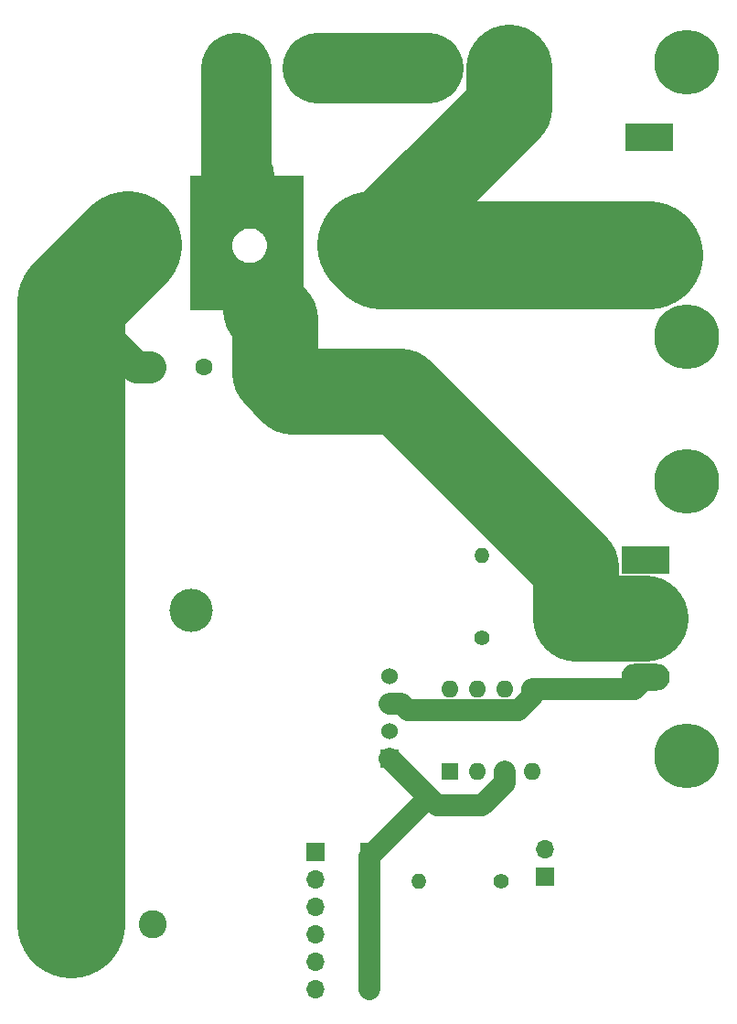
<source format=gbr>
%TF.GenerationSoftware,KiCad,Pcbnew,(6.0.2)*%
%TF.CreationDate,2022-12-18T20:59:19+03:00*%
%TF.ProjectId,buck,6275636b-2e6b-4696-9361-645f70636258,rev?*%
%TF.SameCoordinates,Original*%
%TF.FileFunction,Copper,L2,Bot*%
%TF.FilePolarity,Positive*%
%FSLAX46Y46*%
G04 Gerber Fmt 4.6, Leading zero omitted, Abs format (unit mm)*
G04 Created by KiCad (PCBNEW (6.0.2)) date 2022-12-18 20:59:19*
%MOMM*%
%LPD*%
G01*
G04 APERTURE LIST*
%TA.AperFunction,ComponentPad*%
%ADD10C,6.000000*%
%TD*%
%TA.AperFunction,ComponentPad*%
%ADD11C,1.400000*%
%TD*%
%TA.AperFunction,ComponentPad*%
%ADD12O,1.400000X1.400000*%
%TD*%
%TA.AperFunction,ComponentPad*%
%ADD13R,1.600000X1.600000*%
%TD*%
%TA.AperFunction,ComponentPad*%
%ADD14O,1.600000X1.600000*%
%TD*%
%TA.AperFunction,ComponentPad*%
%ADD15R,1.700000X1.700000*%
%TD*%
%TA.AperFunction,ComponentPad*%
%ADD16O,1.700000X1.700000*%
%TD*%
%TA.AperFunction,ComponentPad*%
%ADD17C,3.000000*%
%TD*%
%TA.AperFunction,ComponentPad*%
%ADD18R,4.500000X2.500000*%
%TD*%
%TA.AperFunction,ComponentPad*%
%ADD19O,4.500000X2.500000*%
%TD*%
%TA.AperFunction,ComponentPad*%
%ADD20R,4.000000X4.000000*%
%TD*%
%TA.AperFunction,ComponentPad*%
%ADD21C,4.000000*%
%TD*%
%TA.AperFunction,ComponentPad*%
%ADD22R,2.600000X2.600000*%
%TD*%
%TA.AperFunction,ComponentPad*%
%ADD23C,2.600000*%
%TD*%
%TA.AperFunction,ComponentPad*%
%ADD24C,1.600000*%
%TD*%
%TA.AperFunction,ComponentPad*%
%ADD25C,1.524000*%
%TD*%
%TA.AperFunction,Conductor*%
%ADD26C,6.500000*%
%TD*%
%TA.AperFunction,Conductor*%
%ADD27C,8.000000*%
%TD*%
%TA.AperFunction,Conductor*%
%ADD28C,10.000000*%
%TD*%
%TA.AperFunction,Conductor*%
%ADD29C,3.000000*%
%TD*%
%TA.AperFunction,Conductor*%
%ADD30C,2.000000*%
%TD*%
G04 APERTURE END LIST*
D10*
%TO.P,REF\u002A\u002A,1*%
%TO.N,N/C*%
X204000000Y-72400000D03*
X204000000Y-47000000D03*
%TD*%
D11*
%TO.P,R1,1*%
%TO.N,espPwm*%
X186808500Y-122808500D03*
D12*
%TO.P,R1,2*%
%TO.N,Net-(R1-Pad2)*%
X179188500Y-122808500D03*
%TD*%
D13*
%TO.P,U1,1,NC*%
%TO.N,unconnected-(U1-Pad1)*%
X182008500Y-112608500D03*
D14*
%TO.P,U1,2,A*%
%TO.N,Net-(R1-Pad2)*%
X184548500Y-112608500D03*
%TO.P,U1,3,C*%
%TO.N,GND*%
X187088500Y-112608500D03*
%TO.P,U1,4,NC*%
%TO.N,unconnected-(U1-Pad4)*%
X189628500Y-112608500D03*
%TO.P,U1,5,VEE*%
%TO.N,GNDPWR*%
X189628500Y-104988500D03*
%TO.P,U1,6,VO*%
%TO.N,Net-(R2-Pad1)*%
X187088500Y-104988500D03*
%TO.P,U1,7,VO*%
X184548500Y-104988500D03*
%TO.P,U1,8,VCC*%
%TO.N,+12V*%
X182008500Y-104988500D03*
%TD*%
D15*
%TO.P,J2,1,Pin_1*%
%TO.N,+5V*%
X169558500Y-120058500D03*
D16*
%TO.P,J2,2,Pin_2*%
X169558500Y-122598500D03*
%TO.P,J2,3,Pin_3*%
X169558500Y-125138500D03*
%TO.P,J2,4,Pin_4*%
X169558500Y-127678500D03*
%TO.P,J2,5,Pin_5*%
X169558500Y-130218500D03*
%TO.P,J2,6,Pin_6*%
X169558500Y-132758500D03*
%TD*%
D17*
%TO.P,F1,1*%
%TO.N,Net-(C1-Pad1)*%
X152250000Y-64000000D03*
%TO.P,F1,2*%
%TO.N,VCC*%
X174750000Y-64000000D03*
%TD*%
D18*
%TO.P,D1,1,K*%
%TO.N,Net-(D1-Pad1)*%
X200500000Y-54000000D03*
D19*
%TO.P,D1,2,A*%
%TO.N,VCC*%
X200500000Y-64900000D03*
%TD*%
D15*
%TO.P,J3,1,Pin_1*%
%TO.N,espPwm*%
X190808500Y-122348500D03*
D16*
%TO.P,J3,2,Pin_2*%
%TO.N,GND*%
X190808500Y-119808500D03*
%TD*%
D15*
%TO.P,J1,1,Pin_1*%
%TO.N,GND*%
X174558500Y-120058500D03*
D16*
%TO.P,J1,2,Pin_2*%
X174558500Y-122598500D03*
%TO.P,J1,3,Pin_3*%
X174558500Y-125138500D03*
%TO.P,J1,4,Pin_4*%
X174558500Y-127678500D03*
%TO.P,J1,5,Pin_5*%
X174558500Y-130218500D03*
%TO.P,J1,6,Pin_6*%
X174558500Y-132758500D03*
%TD*%
D12*
%TO.P,R2,2*%
%TO.N,Net-(Q1-Pad1)*%
X185000000Y-92690000D03*
D11*
%TO.P,R2,1*%
%TO.N,Net-(R2-Pad1)*%
X185000000Y-100310000D03*
%TD*%
D20*
%TO.P,C1,1*%
%TO.N,Net-(C1-Pad1)*%
X148069501Y-97750000D03*
D21*
%TO.P,C1,2*%
%TO.N,GNDPWR*%
X158069501Y-97750000D03*
%TD*%
D22*
%TO.P,J5,1,Pin_1*%
%TO.N,VCC*%
X187500000Y-47500000D03*
D23*
%TO.P,J5,2,Pin_2*%
%TO.N,Net-(D1-Pad1)*%
X180000000Y-47500000D03*
%TD*%
D22*
%TO.P,J4,1,Pin_1*%
%TO.N,Net-(C1-Pad1)*%
X147000000Y-126750000D03*
D23*
%TO.P,J4,2,Pin_2*%
%TO.N,GNDPWR*%
X154500000Y-126750000D03*
%TD*%
D10*
%TO.P,REF\u002A\u002A,1*%
%TO.N,N/C*%
X204000000Y-111200000D03*
X204000000Y-85800000D03*
%TD*%
D24*
%TO.P,C2,1*%
%TO.N,Net-(C1-Pad1)*%
X154250000Y-75250000D03*
%TO.P,C2,2*%
%TO.N,GNDPWR*%
X159250000Y-75250000D03*
%TD*%
D22*
%TO.P,J6,1,Pin_1*%
%TO.N,Net-(D1-Pad1)*%
X169750000Y-47500000D03*
D23*
%TO.P,J6,2,Pin_2*%
%TO.N,Net-(J6-Pad2)*%
X162250000Y-47500000D03*
%TD*%
D15*
%TO.P,PS1,1,-VIN*%
%TO.N,GND*%
X176441500Y-111441500D03*
D25*
%TO.P,PS1,2,+VIN*%
%TO.N,+5V*%
X176441500Y-108901500D03*
%TO.P,PS1,3,-VOUT*%
%TO.N,GNDPWR*%
X176441500Y-106361500D03*
%TO.P,PS1,4,+VOUT*%
%TO.N,+12V*%
X176441500Y-103821500D03*
%TD*%
D18*
%TO.P,Q1,1,G*%
%TO.N,Net-(Q1-Pad1)*%
X200180000Y-93050000D03*
D19*
%TO.P,Q1,2,C*%
%TO.N,Net-(J6-Pad2)*%
X200180000Y-98500000D03*
%TO.P,Q1,3,E*%
%TO.N,GNDPWR*%
X200180000Y-103950000D03*
%TD*%
D26*
%TO.N,Net-(J6-Pad2)*%
X162500000Y-57500000D02*
X162250000Y-57250000D01*
X162250000Y-47500000D02*
X162250000Y-57250000D01*
D27*
X165819399Y-70819399D02*
X165000000Y-70000000D01*
X167500000Y-77500000D02*
X165819399Y-75819399D01*
X193730489Y-93730489D02*
X177500000Y-77500000D01*
X193730489Y-98499511D02*
X193730489Y-93730489D01*
X193730978Y-98500000D02*
X193730489Y-98499511D01*
X177500000Y-77500000D02*
X167500000Y-77500000D01*
X165819399Y-75819399D02*
X165819399Y-70819399D01*
X200180000Y-98500000D02*
X193730978Y-98500000D01*
%TO.N,VCC*%
X187500000Y-47500000D02*
X187500000Y-51250000D01*
X187500000Y-51250000D02*
X174750000Y-64000000D01*
D28*
X175650000Y-64900000D02*
X174750000Y-64000000D01*
X200500000Y-64900000D02*
X175650000Y-64900000D01*
D26*
%TO.N,Net-(D1-Pad1)*%
X169750000Y-47500000D02*
X180000000Y-47500000D01*
D29*
%TO.N,Net-(C1-Pad1)*%
X153000000Y-75250000D02*
X147000000Y-69250000D01*
X154250000Y-75250000D02*
X153000000Y-75250000D01*
D28*
X147000000Y-69250000D02*
X152250000Y-64000000D01*
X147000000Y-126750000D02*
X147000000Y-69250000D01*
D30*
%TO.N,GNDPWR*%
X177519130Y-106361500D02*
X178145641Y-106988011D01*
X188378989Y-106988011D02*
X189628500Y-105738500D01*
X189628500Y-104988500D02*
X199141500Y-104988500D01*
X189628500Y-105738500D02*
X189628500Y-104988500D01*
X176441500Y-106361500D02*
X177519130Y-106361500D01*
X178145641Y-106988011D02*
X188378989Y-106988011D01*
X199141500Y-104988500D02*
X200180000Y-103950000D01*
%TO.N,GND*%
X180058500Y-115058500D02*
X180808500Y-115808500D01*
X187088500Y-113739870D02*
X187088500Y-112608500D01*
X176441500Y-111441500D02*
X180058500Y-115058500D01*
X174558500Y-120558500D02*
X180058500Y-115058500D01*
X174558500Y-132758500D02*
X174558500Y-120558500D01*
X185019870Y-115808500D02*
X187088500Y-113739870D01*
X180808500Y-115808500D02*
X185019870Y-115808500D01*
%TD*%
%TA.AperFunction,Conductor*%
%TO.N,Net-(J6-Pad2)*%
G36*
X168442121Y-57520002D02*
G01*
X168488614Y-57573658D01*
X168500000Y-57626000D01*
X168500000Y-69874000D01*
X168479998Y-69942121D01*
X168426342Y-69988614D01*
X168374000Y-70000000D01*
X158126000Y-70000000D01*
X158057879Y-69979998D01*
X158011386Y-69926342D01*
X158000000Y-69874000D01*
X158000000Y-64000000D01*
X161894551Y-64000000D01*
X161914317Y-64251148D01*
X161973127Y-64496111D01*
X162069534Y-64728859D01*
X162201164Y-64943659D01*
X162204376Y-64947419D01*
X162204379Y-64947424D01*
X162349256Y-65117052D01*
X162364776Y-65135224D01*
X162368538Y-65138437D01*
X162552576Y-65295621D01*
X162552581Y-65295624D01*
X162556341Y-65298836D01*
X162771141Y-65430466D01*
X162775711Y-65432359D01*
X162775715Y-65432361D01*
X162999316Y-65524979D01*
X163003889Y-65526873D01*
X163088289Y-65547135D01*
X163244039Y-65584528D01*
X163244045Y-65584529D01*
X163248852Y-65585683D01*
X163337149Y-65592632D01*
X163434661Y-65600307D01*
X163434670Y-65600307D01*
X163437118Y-65600500D01*
X163562882Y-65600500D01*
X163565330Y-65600307D01*
X163565339Y-65600307D01*
X163662851Y-65592632D01*
X163751148Y-65585683D01*
X163755955Y-65584529D01*
X163755961Y-65584528D01*
X163911711Y-65547135D01*
X163996111Y-65526873D01*
X164000684Y-65524979D01*
X164224285Y-65432361D01*
X164224289Y-65432359D01*
X164228859Y-65430466D01*
X164443659Y-65298836D01*
X164447419Y-65295624D01*
X164447424Y-65295621D01*
X164631462Y-65138437D01*
X164635224Y-65135224D01*
X164650744Y-65117052D01*
X164795621Y-64947424D01*
X164795624Y-64947419D01*
X164798836Y-64943659D01*
X164930466Y-64728859D01*
X165026873Y-64496111D01*
X165085683Y-64251148D01*
X165105449Y-64000000D01*
X165085683Y-63748852D01*
X165026873Y-63503889D01*
X164930466Y-63271141D01*
X164798836Y-63056341D01*
X164795624Y-63052581D01*
X164795621Y-63052576D01*
X164638437Y-62868538D01*
X164635224Y-62864776D01*
X164617052Y-62849256D01*
X164447424Y-62704379D01*
X164447419Y-62704376D01*
X164443659Y-62701164D01*
X164228859Y-62569534D01*
X164224289Y-62567641D01*
X164224285Y-62567639D01*
X164000684Y-62475021D01*
X164000682Y-62475020D01*
X163996111Y-62473127D01*
X163911711Y-62452865D01*
X163755961Y-62415472D01*
X163755955Y-62415471D01*
X163751148Y-62414317D01*
X163662851Y-62407368D01*
X163565339Y-62399693D01*
X163565330Y-62399693D01*
X163562882Y-62399500D01*
X163437118Y-62399500D01*
X163434670Y-62399693D01*
X163434661Y-62399693D01*
X163337149Y-62407368D01*
X163248852Y-62414317D01*
X163244045Y-62415471D01*
X163244039Y-62415472D01*
X163088289Y-62452865D01*
X163003889Y-62473127D01*
X162999318Y-62475020D01*
X162999316Y-62475021D01*
X162775715Y-62567639D01*
X162775711Y-62567641D01*
X162771141Y-62569534D01*
X162556341Y-62701164D01*
X162552581Y-62704376D01*
X162552576Y-62704379D01*
X162382948Y-62849256D01*
X162364776Y-62864776D01*
X162361563Y-62868538D01*
X162204379Y-63052576D01*
X162204376Y-63052581D01*
X162201164Y-63056341D01*
X162069534Y-63271141D01*
X161973127Y-63503889D01*
X161914317Y-63748852D01*
X161894551Y-64000000D01*
X158000000Y-64000000D01*
X158000000Y-57626000D01*
X158020002Y-57557879D01*
X158073658Y-57511386D01*
X158126000Y-57500000D01*
X168374000Y-57500000D01*
X168442121Y-57520002D01*
G37*
%TD.AperFunction*%
%TD*%
M02*

</source>
